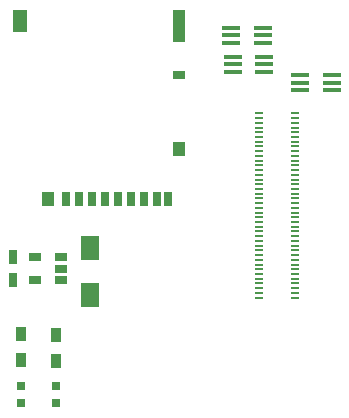
<source format=gtp>
G04 #@! TF.FileFunction,Paste,Top*
%FSLAX46Y46*%
G04 Gerber Fmt 4.6, Leading zero omitted, Abs format (unit mm)*
G04 Created by KiCad (PCBNEW 4.0.1-stable) date Tuesday, May 31, 2016 'PMt' 10:55:08 PM*
%MOMM*%
G01*
G04 APERTURE LIST*
%ADD10C,0.100000*%
%ADD11R,0.700000X1.200000*%
%ADD12R,1.000000X1.200000*%
%ADD13R,1.300000X1.900000*%
%ADD14R,1.000000X2.800000*%
%ADD15R,1.000000X0.800000*%
%ADD16R,0.700000X0.200000*%
%ADD17R,1.501140X0.398780*%
%ADD18R,1.600000X2.000000*%
%ADD19R,0.750000X1.200000*%
%ADD20R,0.797560X0.797560*%
%ADD21R,0.900000X1.200000*%
%ADD22R,1.060000X0.650000*%
G04 APERTURE END LIST*
D10*
D11*
X141800000Y-107475000D03*
X142900000Y-107475000D03*
X144000000Y-107475000D03*
X145100000Y-107475000D03*
X146200000Y-107475000D03*
X147300000Y-107475000D03*
X148400000Y-107475000D03*
X149500000Y-107475000D03*
X150450000Y-107475000D03*
D12*
X140250000Y-107475000D03*
D13*
X137900000Y-92375000D03*
D14*
X151400000Y-92825000D03*
D15*
X151400000Y-96975000D03*
D12*
X151400000Y-103175000D03*
D16*
X161190000Y-100200000D03*
X161190000Y-100600000D03*
X161190000Y-101000000D03*
X161190000Y-101400000D03*
X161190000Y-101800000D03*
X161190000Y-102200000D03*
X161190000Y-102600000D03*
X161190000Y-103000000D03*
X161190000Y-103400000D03*
X161190000Y-103800000D03*
X161190000Y-107800000D03*
X161190000Y-107400000D03*
X161190000Y-107000000D03*
X161190000Y-106600000D03*
X161190000Y-106200000D03*
X161190000Y-105800000D03*
X161190000Y-105400000D03*
X161190000Y-105000000D03*
X161190000Y-104600000D03*
X161190000Y-104200000D03*
X161190000Y-108200000D03*
X161190000Y-108600000D03*
X161190000Y-109000000D03*
X161190000Y-109400000D03*
X161190000Y-109800000D03*
X161190000Y-110200000D03*
X161190000Y-110600000D03*
X161190000Y-111000000D03*
X161190000Y-111400000D03*
X161190000Y-111800000D03*
X161190000Y-115800000D03*
X161190000Y-115400000D03*
X161190000Y-115000000D03*
X161190000Y-114600000D03*
X161190000Y-114200000D03*
X161190000Y-113800000D03*
X161190000Y-113400000D03*
X161190000Y-113000000D03*
X161190000Y-112600000D03*
X161190000Y-112200000D03*
X158110000Y-112200000D03*
X158110000Y-112600000D03*
X158110000Y-113000000D03*
X158110000Y-113400000D03*
X158110000Y-113800000D03*
X158110000Y-114200000D03*
X158110000Y-114600000D03*
X158110000Y-115000000D03*
X158110000Y-115400000D03*
X158110000Y-115800000D03*
X158110000Y-111800000D03*
X158110000Y-111400000D03*
X158110000Y-111000000D03*
X158110000Y-110600000D03*
X158110000Y-110200000D03*
X158110000Y-109800000D03*
X158110000Y-109400000D03*
X158110000Y-109000000D03*
X158110000Y-108600000D03*
X158110000Y-108200000D03*
X158110000Y-104200000D03*
X158110000Y-104600000D03*
X158110000Y-105000000D03*
X158110000Y-105400000D03*
X158110000Y-105800000D03*
X158110000Y-106200000D03*
X158110000Y-106600000D03*
X158110000Y-107000000D03*
X158110000Y-107400000D03*
X158110000Y-107800000D03*
X158110000Y-103800000D03*
X158110000Y-103400000D03*
X158110000Y-103000000D03*
X158110000Y-102600000D03*
X158110000Y-102200000D03*
X158110000Y-101800000D03*
X158110000Y-101400000D03*
X158110000Y-101000000D03*
X158110000Y-100600000D03*
X158110000Y-100200000D03*
D17*
X158461920Y-94250000D03*
X158461920Y-93599760D03*
X158461920Y-92949520D03*
X155800000Y-92949520D03*
X155800000Y-93599760D03*
X155800000Y-94250000D03*
X164300000Y-98250000D03*
X164300000Y-97599760D03*
X164300000Y-96949520D03*
X161638080Y-96949520D03*
X161638080Y-97599760D03*
X161638080Y-98250000D03*
X158611920Y-96700000D03*
X158611920Y-96049760D03*
X158611920Y-95399520D03*
X155950000Y-95399520D03*
X155950000Y-96049760D03*
X155950000Y-96700000D03*
D18*
X143800000Y-111600000D03*
X143800000Y-115600000D03*
D19*
X137300000Y-114300000D03*
X137300000Y-112400000D03*
D20*
X138000000Y-124749300D03*
X138000000Y-123250700D03*
X141000000Y-124749300D03*
X141000000Y-123250700D03*
D21*
X138000000Y-121100000D03*
X138000000Y-118900000D03*
X141000000Y-121200000D03*
X141000000Y-119000000D03*
D22*
X141400000Y-114300000D03*
X141400000Y-113350000D03*
X141400000Y-112400000D03*
X139200000Y-112400000D03*
X139200000Y-114300000D03*
M02*

</source>
